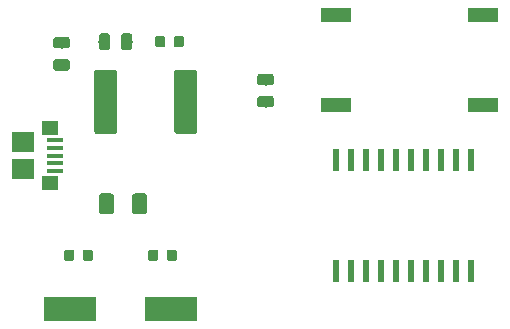
<source format=gbr>
G04 #@! TF.GenerationSoftware,KiCad,Pcbnew,(5.0.1)-4*
G04 #@! TF.CreationDate,2019-08-09T21:17:30+02:00*
G04 #@! TF.ProjectId,USB-SPI_prog,5553422D5350495F70726F672E6B6963,rev?*
G04 #@! TF.SameCoordinates,Original*
G04 #@! TF.FileFunction,Paste,Top*
G04 #@! TF.FilePolarity,Positive*
%FSLAX46Y46*%
G04 Gerber Fmt 4.6, Leading zero omitted, Abs format (unit mm)*
G04 Created by KiCad (PCBNEW (5.0.1)-4) date 09.08.2019 21:17:30*
%MOMM*%
%LPD*%
G01*
G04 APERTURE LIST*
%ADD10C,0.100000*%
%ADD11C,1.925000*%
%ADD12R,2.500000X1.200000*%
%ADD13C,0.975000*%
%ADD14C,1.250000*%
%ADD15C,0.875000*%
%ADD16R,1.900000X1.750000*%
%ADD17R,1.400000X0.400000*%
%ADD18R,1.450000X1.150000*%
%ADD19R,0.600000X1.950000*%
%ADD20R,4.500000X2.000000*%
G04 APERTURE END LIST*
D10*
G04 #@! TO.C,F1*
G36*
X135188505Y-85668204D02*
X135212773Y-85671804D01*
X135236572Y-85677765D01*
X135259671Y-85686030D01*
X135281850Y-85696520D01*
X135302893Y-85709132D01*
X135322599Y-85723747D01*
X135340777Y-85740223D01*
X135357253Y-85758401D01*
X135371868Y-85778107D01*
X135384480Y-85799150D01*
X135394970Y-85821329D01*
X135403235Y-85844428D01*
X135409196Y-85868227D01*
X135412796Y-85892495D01*
X135414000Y-85916999D01*
X135414000Y-90867001D01*
X135412796Y-90891505D01*
X135409196Y-90915773D01*
X135403235Y-90939572D01*
X135394970Y-90962671D01*
X135384480Y-90984850D01*
X135371868Y-91005893D01*
X135357253Y-91025599D01*
X135340777Y-91043777D01*
X135322599Y-91060253D01*
X135302893Y-91074868D01*
X135281850Y-91087480D01*
X135259671Y-91097970D01*
X135236572Y-91106235D01*
X135212773Y-91112196D01*
X135188505Y-91115796D01*
X135164001Y-91117000D01*
X133738999Y-91117000D01*
X133714495Y-91115796D01*
X133690227Y-91112196D01*
X133666428Y-91106235D01*
X133643329Y-91097970D01*
X133621150Y-91087480D01*
X133600107Y-91074868D01*
X133580401Y-91060253D01*
X133562223Y-91043777D01*
X133545747Y-91025599D01*
X133531132Y-91005893D01*
X133518520Y-90984850D01*
X133508030Y-90962671D01*
X133499765Y-90939572D01*
X133493804Y-90915773D01*
X133490204Y-90891505D01*
X133489000Y-90867001D01*
X133489000Y-85916999D01*
X133490204Y-85892495D01*
X133493804Y-85868227D01*
X133499765Y-85844428D01*
X133508030Y-85821329D01*
X133518520Y-85799150D01*
X133531132Y-85778107D01*
X133545747Y-85758401D01*
X133562223Y-85740223D01*
X133580401Y-85723747D01*
X133600107Y-85709132D01*
X133621150Y-85696520D01*
X133643329Y-85686030D01*
X133666428Y-85677765D01*
X133690227Y-85671804D01*
X133714495Y-85668204D01*
X133738999Y-85667000D01*
X135164001Y-85667000D01*
X135188505Y-85668204D01*
X135188505Y-85668204D01*
G37*
D11*
X134451500Y-88392000D03*
D10*
G36*
X128413505Y-85668204D02*
X128437773Y-85671804D01*
X128461572Y-85677765D01*
X128484671Y-85686030D01*
X128506850Y-85696520D01*
X128527893Y-85709132D01*
X128547599Y-85723747D01*
X128565777Y-85740223D01*
X128582253Y-85758401D01*
X128596868Y-85778107D01*
X128609480Y-85799150D01*
X128619970Y-85821329D01*
X128628235Y-85844428D01*
X128634196Y-85868227D01*
X128637796Y-85892495D01*
X128639000Y-85916999D01*
X128639000Y-90867001D01*
X128637796Y-90891505D01*
X128634196Y-90915773D01*
X128628235Y-90939572D01*
X128619970Y-90962671D01*
X128609480Y-90984850D01*
X128596868Y-91005893D01*
X128582253Y-91025599D01*
X128565777Y-91043777D01*
X128547599Y-91060253D01*
X128527893Y-91074868D01*
X128506850Y-91087480D01*
X128484671Y-91097970D01*
X128461572Y-91106235D01*
X128437773Y-91112196D01*
X128413505Y-91115796D01*
X128389001Y-91117000D01*
X126963999Y-91117000D01*
X126939495Y-91115796D01*
X126915227Y-91112196D01*
X126891428Y-91106235D01*
X126868329Y-91097970D01*
X126846150Y-91087480D01*
X126825107Y-91074868D01*
X126805401Y-91060253D01*
X126787223Y-91043777D01*
X126770747Y-91025599D01*
X126756132Y-91005893D01*
X126743520Y-90984850D01*
X126733030Y-90962671D01*
X126724765Y-90939572D01*
X126718804Y-90915773D01*
X126715204Y-90891505D01*
X126714000Y-90867001D01*
X126714000Y-85916999D01*
X126715204Y-85892495D01*
X126718804Y-85868227D01*
X126724765Y-85844428D01*
X126733030Y-85821329D01*
X126743520Y-85799150D01*
X126756132Y-85778107D01*
X126770747Y-85758401D01*
X126787223Y-85740223D01*
X126805401Y-85723747D01*
X126825107Y-85709132D01*
X126846150Y-85696520D01*
X126868329Y-85686030D01*
X126891428Y-85677765D01*
X126915227Y-85671804D01*
X126939495Y-85668204D01*
X126963999Y-85667000D01*
X128389001Y-85667000D01*
X128413505Y-85668204D01*
X128413505Y-85668204D01*
G37*
D11*
X127676500Y-88392000D03*
G04 #@! TD*
D12*
G04 #@! TO.C,SW1*
X159666000Y-88646000D03*
X147166000Y-88646000D03*
X159666000Y-81026000D03*
X147166000Y-81026000D03*
G04 #@! TD*
D10*
G04 #@! TO.C,C1*
G36*
X124432142Y-82904174D02*
X124455803Y-82907684D01*
X124479007Y-82913496D01*
X124501529Y-82921554D01*
X124523153Y-82931782D01*
X124543670Y-82944079D01*
X124562883Y-82958329D01*
X124580607Y-82974393D01*
X124596671Y-82992117D01*
X124610921Y-83011330D01*
X124623218Y-83031847D01*
X124633446Y-83053471D01*
X124641504Y-83075993D01*
X124647316Y-83099197D01*
X124650826Y-83122858D01*
X124652000Y-83146750D01*
X124652000Y-83634250D01*
X124650826Y-83658142D01*
X124647316Y-83681803D01*
X124641504Y-83705007D01*
X124633446Y-83727529D01*
X124623218Y-83749153D01*
X124610921Y-83769670D01*
X124596671Y-83788883D01*
X124580607Y-83806607D01*
X124562883Y-83822671D01*
X124543670Y-83836921D01*
X124523153Y-83849218D01*
X124501529Y-83859446D01*
X124479007Y-83867504D01*
X124455803Y-83873316D01*
X124432142Y-83876826D01*
X124408250Y-83878000D01*
X123495750Y-83878000D01*
X123471858Y-83876826D01*
X123448197Y-83873316D01*
X123424993Y-83867504D01*
X123402471Y-83859446D01*
X123380847Y-83849218D01*
X123360330Y-83836921D01*
X123341117Y-83822671D01*
X123323393Y-83806607D01*
X123307329Y-83788883D01*
X123293079Y-83769670D01*
X123280782Y-83749153D01*
X123270554Y-83727529D01*
X123262496Y-83705007D01*
X123256684Y-83681803D01*
X123253174Y-83658142D01*
X123252000Y-83634250D01*
X123252000Y-83146750D01*
X123253174Y-83122858D01*
X123256684Y-83099197D01*
X123262496Y-83075993D01*
X123270554Y-83053471D01*
X123280782Y-83031847D01*
X123293079Y-83011330D01*
X123307329Y-82992117D01*
X123323393Y-82974393D01*
X123341117Y-82958329D01*
X123360330Y-82944079D01*
X123380847Y-82931782D01*
X123402471Y-82921554D01*
X123424993Y-82913496D01*
X123448197Y-82907684D01*
X123471858Y-82904174D01*
X123495750Y-82903000D01*
X124408250Y-82903000D01*
X124432142Y-82904174D01*
X124432142Y-82904174D01*
G37*
D13*
X123952000Y-83390500D03*
D10*
G36*
X124432142Y-84779174D02*
X124455803Y-84782684D01*
X124479007Y-84788496D01*
X124501529Y-84796554D01*
X124523153Y-84806782D01*
X124543670Y-84819079D01*
X124562883Y-84833329D01*
X124580607Y-84849393D01*
X124596671Y-84867117D01*
X124610921Y-84886330D01*
X124623218Y-84906847D01*
X124633446Y-84928471D01*
X124641504Y-84950993D01*
X124647316Y-84974197D01*
X124650826Y-84997858D01*
X124652000Y-85021750D01*
X124652000Y-85509250D01*
X124650826Y-85533142D01*
X124647316Y-85556803D01*
X124641504Y-85580007D01*
X124633446Y-85602529D01*
X124623218Y-85624153D01*
X124610921Y-85644670D01*
X124596671Y-85663883D01*
X124580607Y-85681607D01*
X124562883Y-85697671D01*
X124543670Y-85711921D01*
X124523153Y-85724218D01*
X124501529Y-85734446D01*
X124479007Y-85742504D01*
X124455803Y-85748316D01*
X124432142Y-85751826D01*
X124408250Y-85753000D01*
X123495750Y-85753000D01*
X123471858Y-85751826D01*
X123448197Y-85748316D01*
X123424993Y-85742504D01*
X123402471Y-85734446D01*
X123380847Y-85724218D01*
X123360330Y-85711921D01*
X123341117Y-85697671D01*
X123323393Y-85681607D01*
X123307329Y-85663883D01*
X123293079Y-85644670D01*
X123280782Y-85624153D01*
X123270554Y-85602529D01*
X123262496Y-85580007D01*
X123256684Y-85556803D01*
X123253174Y-85533142D01*
X123252000Y-85509250D01*
X123252000Y-85021750D01*
X123253174Y-84997858D01*
X123256684Y-84974197D01*
X123262496Y-84950993D01*
X123270554Y-84928471D01*
X123280782Y-84906847D01*
X123293079Y-84886330D01*
X123307329Y-84867117D01*
X123323393Y-84849393D01*
X123341117Y-84833329D01*
X123360330Y-84819079D01*
X123380847Y-84806782D01*
X123402471Y-84796554D01*
X123424993Y-84788496D01*
X123448197Y-84782684D01*
X123471858Y-84779174D01*
X123495750Y-84778000D01*
X124408250Y-84778000D01*
X124432142Y-84779174D01*
X124432142Y-84779174D01*
G37*
D13*
X123952000Y-85265500D03*
G04 #@! TD*
D10*
G04 #@! TO.C,C2*
G36*
X130955504Y-96154204D02*
X130979773Y-96157804D01*
X131003571Y-96163765D01*
X131026671Y-96172030D01*
X131048849Y-96182520D01*
X131069893Y-96195133D01*
X131089598Y-96209747D01*
X131107777Y-96226223D01*
X131124253Y-96244402D01*
X131138867Y-96264107D01*
X131151480Y-96285151D01*
X131161970Y-96307329D01*
X131170235Y-96330429D01*
X131176196Y-96354227D01*
X131179796Y-96378496D01*
X131181000Y-96403000D01*
X131181000Y-97653000D01*
X131179796Y-97677504D01*
X131176196Y-97701773D01*
X131170235Y-97725571D01*
X131161970Y-97748671D01*
X131151480Y-97770849D01*
X131138867Y-97791893D01*
X131124253Y-97811598D01*
X131107777Y-97829777D01*
X131089598Y-97846253D01*
X131069893Y-97860867D01*
X131048849Y-97873480D01*
X131026671Y-97883970D01*
X131003571Y-97892235D01*
X130979773Y-97898196D01*
X130955504Y-97901796D01*
X130931000Y-97903000D01*
X130181000Y-97903000D01*
X130156496Y-97901796D01*
X130132227Y-97898196D01*
X130108429Y-97892235D01*
X130085329Y-97883970D01*
X130063151Y-97873480D01*
X130042107Y-97860867D01*
X130022402Y-97846253D01*
X130004223Y-97829777D01*
X129987747Y-97811598D01*
X129973133Y-97791893D01*
X129960520Y-97770849D01*
X129950030Y-97748671D01*
X129941765Y-97725571D01*
X129935804Y-97701773D01*
X129932204Y-97677504D01*
X129931000Y-97653000D01*
X129931000Y-96403000D01*
X129932204Y-96378496D01*
X129935804Y-96354227D01*
X129941765Y-96330429D01*
X129950030Y-96307329D01*
X129960520Y-96285151D01*
X129973133Y-96264107D01*
X129987747Y-96244402D01*
X130004223Y-96226223D01*
X130022402Y-96209747D01*
X130042107Y-96195133D01*
X130063151Y-96182520D01*
X130085329Y-96172030D01*
X130108429Y-96163765D01*
X130132227Y-96157804D01*
X130156496Y-96154204D01*
X130181000Y-96153000D01*
X130931000Y-96153000D01*
X130955504Y-96154204D01*
X130955504Y-96154204D01*
G37*
D14*
X130556000Y-97028000D03*
D10*
G36*
X128155504Y-96154204D02*
X128179773Y-96157804D01*
X128203571Y-96163765D01*
X128226671Y-96172030D01*
X128248849Y-96182520D01*
X128269893Y-96195133D01*
X128289598Y-96209747D01*
X128307777Y-96226223D01*
X128324253Y-96244402D01*
X128338867Y-96264107D01*
X128351480Y-96285151D01*
X128361970Y-96307329D01*
X128370235Y-96330429D01*
X128376196Y-96354227D01*
X128379796Y-96378496D01*
X128381000Y-96403000D01*
X128381000Y-97653000D01*
X128379796Y-97677504D01*
X128376196Y-97701773D01*
X128370235Y-97725571D01*
X128361970Y-97748671D01*
X128351480Y-97770849D01*
X128338867Y-97791893D01*
X128324253Y-97811598D01*
X128307777Y-97829777D01*
X128289598Y-97846253D01*
X128269893Y-97860867D01*
X128248849Y-97873480D01*
X128226671Y-97883970D01*
X128203571Y-97892235D01*
X128179773Y-97898196D01*
X128155504Y-97901796D01*
X128131000Y-97903000D01*
X127381000Y-97903000D01*
X127356496Y-97901796D01*
X127332227Y-97898196D01*
X127308429Y-97892235D01*
X127285329Y-97883970D01*
X127263151Y-97873480D01*
X127242107Y-97860867D01*
X127222402Y-97846253D01*
X127204223Y-97829777D01*
X127187747Y-97811598D01*
X127173133Y-97791893D01*
X127160520Y-97770849D01*
X127150030Y-97748671D01*
X127141765Y-97725571D01*
X127135804Y-97701773D01*
X127132204Y-97677504D01*
X127131000Y-97653000D01*
X127131000Y-96403000D01*
X127132204Y-96378496D01*
X127135804Y-96354227D01*
X127141765Y-96330429D01*
X127150030Y-96307329D01*
X127160520Y-96285151D01*
X127173133Y-96264107D01*
X127187747Y-96244402D01*
X127204223Y-96226223D01*
X127222402Y-96209747D01*
X127242107Y-96195133D01*
X127263151Y-96182520D01*
X127285329Y-96172030D01*
X127308429Y-96163765D01*
X127332227Y-96157804D01*
X127356496Y-96154204D01*
X127381000Y-96153000D01*
X128131000Y-96153000D01*
X128155504Y-96154204D01*
X128155504Y-96154204D01*
G37*
D14*
X127756000Y-97028000D03*
G04 #@! TD*
D10*
G04 #@! TO.C,C3*
G36*
X126411289Y-100923884D02*
X126432524Y-100927034D01*
X126453348Y-100932250D01*
X126473560Y-100939482D01*
X126492966Y-100948661D01*
X126511379Y-100959697D01*
X126528622Y-100972485D01*
X126544528Y-100986901D01*
X126558944Y-101002807D01*
X126571732Y-101020050D01*
X126582768Y-101038463D01*
X126591947Y-101057869D01*
X126599179Y-101078081D01*
X126604395Y-101098905D01*
X126607545Y-101120140D01*
X126608598Y-101141581D01*
X126608598Y-101654081D01*
X126607545Y-101675522D01*
X126604395Y-101696757D01*
X126599179Y-101717581D01*
X126591947Y-101737793D01*
X126582768Y-101757199D01*
X126571732Y-101775612D01*
X126558944Y-101792855D01*
X126544528Y-101808761D01*
X126528622Y-101823177D01*
X126511379Y-101835965D01*
X126492966Y-101847001D01*
X126473560Y-101856180D01*
X126453348Y-101863412D01*
X126432524Y-101868628D01*
X126411289Y-101871778D01*
X126389848Y-101872831D01*
X125952348Y-101872831D01*
X125930907Y-101871778D01*
X125909672Y-101868628D01*
X125888848Y-101863412D01*
X125868636Y-101856180D01*
X125849230Y-101847001D01*
X125830817Y-101835965D01*
X125813574Y-101823177D01*
X125797668Y-101808761D01*
X125783252Y-101792855D01*
X125770464Y-101775612D01*
X125759428Y-101757199D01*
X125750249Y-101737793D01*
X125743017Y-101717581D01*
X125737801Y-101696757D01*
X125734651Y-101675522D01*
X125733598Y-101654081D01*
X125733598Y-101141581D01*
X125734651Y-101120140D01*
X125737801Y-101098905D01*
X125743017Y-101078081D01*
X125750249Y-101057869D01*
X125759428Y-101038463D01*
X125770464Y-101020050D01*
X125783252Y-101002807D01*
X125797668Y-100986901D01*
X125813574Y-100972485D01*
X125830817Y-100959697D01*
X125849230Y-100948661D01*
X125868636Y-100939482D01*
X125888848Y-100932250D01*
X125909672Y-100927034D01*
X125930907Y-100923884D01*
X125952348Y-100922831D01*
X126389848Y-100922831D01*
X126411289Y-100923884D01*
X126411289Y-100923884D01*
G37*
D15*
X126171098Y-101397831D03*
D10*
G36*
X124836289Y-100923884D02*
X124857524Y-100927034D01*
X124878348Y-100932250D01*
X124898560Y-100939482D01*
X124917966Y-100948661D01*
X124936379Y-100959697D01*
X124953622Y-100972485D01*
X124969528Y-100986901D01*
X124983944Y-101002807D01*
X124996732Y-101020050D01*
X125007768Y-101038463D01*
X125016947Y-101057869D01*
X125024179Y-101078081D01*
X125029395Y-101098905D01*
X125032545Y-101120140D01*
X125033598Y-101141581D01*
X125033598Y-101654081D01*
X125032545Y-101675522D01*
X125029395Y-101696757D01*
X125024179Y-101717581D01*
X125016947Y-101737793D01*
X125007768Y-101757199D01*
X124996732Y-101775612D01*
X124983944Y-101792855D01*
X124969528Y-101808761D01*
X124953622Y-101823177D01*
X124936379Y-101835965D01*
X124917966Y-101847001D01*
X124898560Y-101856180D01*
X124878348Y-101863412D01*
X124857524Y-101868628D01*
X124836289Y-101871778D01*
X124814848Y-101872831D01*
X124377348Y-101872831D01*
X124355907Y-101871778D01*
X124334672Y-101868628D01*
X124313848Y-101863412D01*
X124293636Y-101856180D01*
X124274230Y-101847001D01*
X124255817Y-101835965D01*
X124238574Y-101823177D01*
X124222668Y-101808761D01*
X124208252Y-101792855D01*
X124195464Y-101775612D01*
X124184428Y-101757199D01*
X124175249Y-101737793D01*
X124168017Y-101717581D01*
X124162801Y-101696757D01*
X124159651Y-101675522D01*
X124158598Y-101654081D01*
X124158598Y-101141581D01*
X124159651Y-101120140D01*
X124162801Y-101098905D01*
X124168017Y-101078081D01*
X124175249Y-101057869D01*
X124184428Y-101038463D01*
X124195464Y-101020050D01*
X124208252Y-101002807D01*
X124222668Y-100986901D01*
X124238574Y-100972485D01*
X124255817Y-100959697D01*
X124274230Y-100948661D01*
X124293636Y-100939482D01*
X124313848Y-100932250D01*
X124334672Y-100927034D01*
X124355907Y-100923884D01*
X124377348Y-100922831D01*
X124814848Y-100922831D01*
X124836289Y-100923884D01*
X124836289Y-100923884D01*
G37*
D15*
X124596098Y-101397831D03*
G04 #@! TD*
D10*
G04 #@! TO.C,C4*
G36*
X131948289Y-100923884D02*
X131969524Y-100927034D01*
X131990348Y-100932250D01*
X132010560Y-100939482D01*
X132029966Y-100948661D01*
X132048379Y-100959697D01*
X132065622Y-100972485D01*
X132081528Y-100986901D01*
X132095944Y-101002807D01*
X132108732Y-101020050D01*
X132119768Y-101038463D01*
X132128947Y-101057869D01*
X132136179Y-101078081D01*
X132141395Y-101098905D01*
X132144545Y-101120140D01*
X132145598Y-101141581D01*
X132145598Y-101654081D01*
X132144545Y-101675522D01*
X132141395Y-101696757D01*
X132136179Y-101717581D01*
X132128947Y-101737793D01*
X132119768Y-101757199D01*
X132108732Y-101775612D01*
X132095944Y-101792855D01*
X132081528Y-101808761D01*
X132065622Y-101823177D01*
X132048379Y-101835965D01*
X132029966Y-101847001D01*
X132010560Y-101856180D01*
X131990348Y-101863412D01*
X131969524Y-101868628D01*
X131948289Y-101871778D01*
X131926848Y-101872831D01*
X131489348Y-101872831D01*
X131467907Y-101871778D01*
X131446672Y-101868628D01*
X131425848Y-101863412D01*
X131405636Y-101856180D01*
X131386230Y-101847001D01*
X131367817Y-101835965D01*
X131350574Y-101823177D01*
X131334668Y-101808761D01*
X131320252Y-101792855D01*
X131307464Y-101775612D01*
X131296428Y-101757199D01*
X131287249Y-101737793D01*
X131280017Y-101717581D01*
X131274801Y-101696757D01*
X131271651Y-101675522D01*
X131270598Y-101654081D01*
X131270598Y-101141581D01*
X131271651Y-101120140D01*
X131274801Y-101098905D01*
X131280017Y-101078081D01*
X131287249Y-101057869D01*
X131296428Y-101038463D01*
X131307464Y-101020050D01*
X131320252Y-101002807D01*
X131334668Y-100986901D01*
X131350574Y-100972485D01*
X131367817Y-100959697D01*
X131386230Y-100948661D01*
X131405636Y-100939482D01*
X131425848Y-100932250D01*
X131446672Y-100927034D01*
X131467907Y-100923884D01*
X131489348Y-100922831D01*
X131926848Y-100922831D01*
X131948289Y-100923884D01*
X131948289Y-100923884D01*
G37*
D15*
X131708098Y-101397831D03*
D10*
G36*
X133523289Y-100923884D02*
X133544524Y-100927034D01*
X133565348Y-100932250D01*
X133585560Y-100939482D01*
X133604966Y-100948661D01*
X133623379Y-100959697D01*
X133640622Y-100972485D01*
X133656528Y-100986901D01*
X133670944Y-101002807D01*
X133683732Y-101020050D01*
X133694768Y-101038463D01*
X133703947Y-101057869D01*
X133711179Y-101078081D01*
X133716395Y-101098905D01*
X133719545Y-101120140D01*
X133720598Y-101141581D01*
X133720598Y-101654081D01*
X133719545Y-101675522D01*
X133716395Y-101696757D01*
X133711179Y-101717581D01*
X133703947Y-101737793D01*
X133694768Y-101757199D01*
X133683732Y-101775612D01*
X133670944Y-101792855D01*
X133656528Y-101808761D01*
X133640622Y-101823177D01*
X133623379Y-101835965D01*
X133604966Y-101847001D01*
X133585560Y-101856180D01*
X133565348Y-101863412D01*
X133544524Y-101868628D01*
X133523289Y-101871778D01*
X133501848Y-101872831D01*
X133064348Y-101872831D01*
X133042907Y-101871778D01*
X133021672Y-101868628D01*
X133000848Y-101863412D01*
X132980636Y-101856180D01*
X132961230Y-101847001D01*
X132942817Y-101835965D01*
X132925574Y-101823177D01*
X132909668Y-101808761D01*
X132895252Y-101792855D01*
X132882464Y-101775612D01*
X132871428Y-101757199D01*
X132862249Y-101737793D01*
X132855017Y-101717581D01*
X132849801Y-101696757D01*
X132846651Y-101675522D01*
X132845598Y-101654081D01*
X132845598Y-101141581D01*
X132846651Y-101120140D01*
X132849801Y-101098905D01*
X132855017Y-101078081D01*
X132862249Y-101057869D01*
X132871428Y-101038463D01*
X132882464Y-101020050D01*
X132895252Y-101002807D01*
X132909668Y-100986901D01*
X132925574Y-100972485D01*
X132942817Y-100959697D01*
X132961230Y-100948661D01*
X132980636Y-100939482D01*
X133000848Y-100932250D01*
X133021672Y-100927034D01*
X133042907Y-100923884D01*
X133064348Y-100922831D01*
X133501848Y-100922831D01*
X133523289Y-100923884D01*
X133523289Y-100923884D01*
G37*
D15*
X133283098Y-101397831D03*
G04 #@! TD*
D10*
G04 #@! TO.C,D1*
G36*
X134123691Y-82838053D02*
X134144926Y-82841203D01*
X134165750Y-82846419D01*
X134185962Y-82853651D01*
X134205368Y-82862830D01*
X134223781Y-82873866D01*
X134241024Y-82886654D01*
X134256930Y-82901070D01*
X134271346Y-82916976D01*
X134284134Y-82934219D01*
X134295170Y-82952632D01*
X134304349Y-82972038D01*
X134311581Y-82992250D01*
X134316797Y-83013074D01*
X134319947Y-83034309D01*
X134321000Y-83055750D01*
X134321000Y-83568250D01*
X134319947Y-83589691D01*
X134316797Y-83610926D01*
X134311581Y-83631750D01*
X134304349Y-83651962D01*
X134295170Y-83671368D01*
X134284134Y-83689781D01*
X134271346Y-83707024D01*
X134256930Y-83722930D01*
X134241024Y-83737346D01*
X134223781Y-83750134D01*
X134205368Y-83761170D01*
X134185962Y-83770349D01*
X134165750Y-83777581D01*
X134144926Y-83782797D01*
X134123691Y-83785947D01*
X134102250Y-83787000D01*
X133664750Y-83787000D01*
X133643309Y-83785947D01*
X133622074Y-83782797D01*
X133601250Y-83777581D01*
X133581038Y-83770349D01*
X133561632Y-83761170D01*
X133543219Y-83750134D01*
X133525976Y-83737346D01*
X133510070Y-83722930D01*
X133495654Y-83707024D01*
X133482866Y-83689781D01*
X133471830Y-83671368D01*
X133462651Y-83651962D01*
X133455419Y-83631750D01*
X133450203Y-83610926D01*
X133447053Y-83589691D01*
X133446000Y-83568250D01*
X133446000Y-83055750D01*
X133447053Y-83034309D01*
X133450203Y-83013074D01*
X133455419Y-82992250D01*
X133462651Y-82972038D01*
X133471830Y-82952632D01*
X133482866Y-82934219D01*
X133495654Y-82916976D01*
X133510070Y-82901070D01*
X133525976Y-82886654D01*
X133543219Y-82873866D01*
X133561632Y-82862830D01*
X133581038Y-82853651D01*
X133601250Y-82846419D01*
X133622074Y-82841203D01*
X133643309Y-82838053D01*
X133664750Y-82837000D01*
X134102250Y-82837000D01*
X134123691Y-82838053D01*
X134123691Y-82838053D01*
G37*
D15*
X133883500Y-83312000D03*
D10*
G36*
X132548691Y-82838053D02*
X132569926Y-82841203D01*
X132590750Y-82846419D01*
X132610962Y-82853651D01*
X132630368Y-82862830D01*
X132648781Y-82873866D01*
X132666024Y-82886654D01*
X132681930Y-82901070D01*
X132696346Y-82916976D01*
X132709134Y-82934219D01*
X132720170Y-82952632D01*
X132729349Y-82972038D01*
X132736581Y-82992250D01*
X132741797Y-83013074D01*
X132744947Y-83034309D01*
X132746000Y-83055750D01*
X132746000Y-83568250D01*
X132744947Y-83589691D01*
X132741797Y-83610926D01*
X132736581Y-83631750D01*
X132729349Y-83651962D01*
X132720170Y-83671368D01*
X132709134Y-83689781D01*
X132696346Y-83707024D01*
X132681930Y-83722930D01*
X132666024Y-83737346D01*
X132648781Y-83750134D01*
X132630368Y-83761170D01*
X132610962Y-83770349D01*
X132590750Y-83777581D01*
X132569926Y-83782797D01*
X132548691Y-83785947D01*
X132527250Y-83787000D01*
X132089750Y-83787000D01*
X132068309Y-83785947D01*
X132047074Y-83782797D01*
X132026250Y-83777581D01*
X132006038Y-83770349D01*
X131986632Y-83761170D01*
X131968219Y-83750134D01*
X131950976Y-83737346D01*
X131935070Y-83722930D01*
X131920654Y-83707024D01*
X131907866Y-83689781D01*
X131896830Y-83671368D01*
X131887651Y-83651962D01*
X131880419Y-83631750D01*
X131875203Y-83610926D01*
X131872053Y-83589691D01*
X131871000Y-83568250D01*
X131871000Y-83055750D01*
X131872053Y-83034309D01*
X131875203Y-83013074D01*
X131880419Y-82992250D01*
X131887651Y-82972038D01*
X131896830Y-82952632D01*
X131907866Y-82934219D01*
X131920654Y-82916976D01*
X131935070Y-82901070D01*
X131950976Y-82886654D01*
X131968219Y-82873866D01*
X131986632Y-82862830D01*
X132006038Y-82853651D01*
X132026250Y-82846419D01*
X132047074Y-82841203D01*
X132068309Y-82838053D01*
X132089750Y-82837000D01*
X132527250Y-82837000D01*
X132548691Y-82838053D01*
X132548691Y-82838053D01*
G37*
D15*
X132308500Y-83312000D03*
G04 #@! TD*
D16*
G04 #@! TO.C,J1*
X120720000Y-94089000D03*
D17*
X123370000Y-92314000D03*
X123370000Y-91664000D03*
X123370000Y-94264000D03*
X123370000Y-93614000D03*
X123370000Y-92964000D03*
D16*
X120720000Y-91839000D03*
D18*
X122950000Y-95284000D03*
X122950000Y-90644000D03*
G04 #@! TD*
D10*
G04 #@! TO.C,R1*
G36*
X129729142Y-82613174D02*
X129752803Y-82616684D01*
X129776007Y-82622496D01*
X129798529Y-82630554D01*
X129820153Y-82640782D01*
X129840670Y-82653079D01*
X129859883Y-82667329D01*
X129877607Y-82683393D01*
X129893671Y-82701117D01*
X129907921Y-82720330D01*
X129920218Y-82740847D01*
X129930446Y-82762471D01*
X129938504Y-82784993D01*
X129944316Y-82808197D01*
X129947826Y-82831858D01*
X129949000Y-82855750D01*
X129949000Y-83768250D01*
X129947826Y-83792142D01*
X129944316Y-83815803D01*
X129938504Y-83839007D01*
X129930446Y-83861529D01*
X129920218Y-83883153D01*
X129907921Y-83903670D01*
X129893671Y-83922883D01*
X129877607Y-83940607D01*
X129859883Y-83956671D01*
X129840670Y-83970921D01*
X129820153Y-83983218D01*
X129798529Y-83993446D01*
X129776007Y-84001504D01*
X129752803Y-84007316D01*
X129729142Y-84010826D01*
X129705250Y-84012000D01*
X129217750Y-84012000D01*
X129193858Y-84010826D01*
X129170197Y-84007316D01*
X129146993Y-84001504D01*
X129124471Y-83993446D01*
X129102847Y-83983218D01*
X129082330Y-83970921D01*
X129063117Y-83956671D01*
X129045393Y-83940607D01*
X129029329Y-83922883D01*
X129015079Y-83903670D01*
X129002782Y-83883153D01*
X128992554Y-83861529D01*
X128984496Y-83839007D01*
X128978684Y-83815803D01*
X128975174Y-83792142D01*
X128974000Y-83768250D01*
X128974000Y-82855750D01*
X128975174Y-82831858D01*
X128978684Y-82808197D01*
X128984496Y-82784993D01*
X128992554Y-82762471D01*
X129002782Y-82740847D01*
X129015079Y-82720330D01*
X129029329Y-82701117D01*
X129045393Y-82683393D01*
X129063117Y-82667329D01*
X129082330Y-82653079D01*
X129102847Y-82640782D01*
X129124471Y-82630554D01*
X129146993Y-82622496D01*
X129170197Y-82616684D01*
X129193858Y-82613174D01*
X129217750Y-82612000D01*
X129705250Y-82612000D01*
X129729142Y-82613174D01*
X129729142Y-82613174D01*
G37*
D13*
X129461500Y-83312000D03*
D10*
G36*
X127854142Y-82613174D02*
X127877803Y-82616684D01*
X127901007Y-82622496D01*
X127923529Y-82630554D01*
X127945153Y-82640782D01*
X127965670Y-82653079D01*
X127984883Y-82667329D01*
X128002607Y-82683393D01*
X128018671Y-82701117D01*
X128032921Y-82720330D01*
X128045218Y-82740847D01*
X128055446Y-82762471D01*
X128063504Y-82784993D01*
X128069316Y-82808197D01*
X128072826Y-82831858D01*
X128074000Y-82855750D01*
X128074000Y-83768250D01*
X128072826Y-83792142D01*
X128069316Y-83815803D01*
X128063504Y-83839007D01*
X128055446Y-83861529D01*
X128045218Y-83883153D01*
X128032921Y-83903670D01*
X128018671Y-83922883D01*
X128002607Y-83940607D01*
X127984883Y-83956671D01*
X127965670Y-83970921D01*
X127945153Y-83983218D01*
X127923529Y-83993446D01*
X127901007Y-84001504D01*
X127877803Y-84007316D01*
X127854142Y-84010826D01*
X127830250Y-84012000D01*
X127342750Y-84012000D01*
X127318858Y-84010826D01*
X127295197Y-84007316D01*
X127271993Y-84001504D01*
X127249471Y-83993446D01*
X127227847Y-83983218D01*
X127207330Y-83970921D01*
X127188117Y-83956671D01*
X127170393Y-83940607D01*
X127154329Y-83922883D01*
X127140079Y-83903670D01*
X127127782Y-83883153D01*
X127117554Y-83861529D01*
X127109496Y-83839007D01*
X127103684Y-83815803D01*
X127100174Y-83792142D01*
X127099000Y-83768250D01*
X127099000Y-82855750D01*
X127100174Y-82831858D01*
X127103684Y-82808197D01*
X127109496Y-82784993D01*
X127117554Y-82762471D01*
X127127782Y-82740847D01*
X127140079Y-82720330D01*
X127154329Y-82701117D01*
X127170393Y-82683393D01*
X127188117Y-82667329D01*
X127207330Y-82653079D01*
X127227847Y-82640782D01*
X127249471Y-82630554D01*
X127271993Y-82622496D01*
X127295197Y-82616684D01*
X127318858Y-82613174D01*
X127342750Y-82612000D01*
X127830250Y-82612000D01*
X127854142Y-82613174D01*
X127854142Y-82613174D01*
G37*
D13*
X127586500Y-83312000D03*
G04 #@! TD*
D10*
G04 #@! TO.C,R2*
G36*
X141704142Y-87905674D02*
X141727803Y-87909184D01*
X141751007Y-87914996D01*
X141773529Y-87923054D01*
X141795153Y-87933282D01*
X141815670Y-87945579D01*
X141834883Y-87959829D01*
X141852607Y-87975893D01*
X141868671Y-87993617D01*
X141882921Y-88012830D01*
X141895218Y-88033347D01*
X141905446Y-88054971D01*
X141913504Y-88077493D01*
X141919316Y-88100697D01*
X141922826Y-88124358D01*
X141924000Y-88148250D01*
X141924000Y-88635750D01*
X141922826Y-88659642D01*
X141919316Y-88683303D01*
X141913504Y-88706507D01*
X141905446Y-88729029D01*
X141895218Y-88750653D01*
X141882921Y-88771170D01*
X141868671Y-88790383D01*
X141852607Y-88808107D01*
X141834883Y-88824171D01*
X141815670Y-88838421D01*
X141795153Y-88850718D01*
X141773529Y-88860946D01*
X141751007Y-88869004D01*
X141727803Y-88874816D01*
X141704142Y-88878326D01*
X141680250Y-88879500D01*
X140767750Y-88879500D01*
X140743858Y-88878326D01*
X140720197Y-88874816D01*
X140696993Y-88869004D01*
X140674471Y-88860946D01*
X140652847Y-88850718D01*
X140632330Y-88838421D01*
X140613117Y-88824171D01*
X140595393Y-88808107D01*
X140579329Y-88790383D01*
X140565079Y-88771170D01*
X140552782Y-88750653D01*
X140542554Y-88729029D01*
X140534496Y-88706507D01*
X140528684Y-88683303D01*
X140525174Y-88659642D01*
X140524000Y-88635750D01*
X140524000Y-88148250D01*
X140525174Y-88124358D01*
X140528684Y-88100697D01*
X140534496Y-88077493D01*
X140542554Y-88054971D01*
X140552782Y-88033347D01*
X140565079Y-88012830D01*
X140579329Y-87993617D01*
X140595393Y-87975893D01*
X140613117Y-87959829D01*
X140632330Y-87945579D01*
X140652847Y-87933282D01*
X140674471Y-87923054D01*
X140696993Y-87914996D01*
X140720197Y-87909184D01*
X140743858Y-87905674D01*
X140767750Y-87904500D01*
X141680250Y-87904500D01*
X141704142Y-87905674D01*
X141704142Y-87905674D01*
G37*
D13*
X141224000Y-88392000D03*
D10*
G36*
X141704142Y-86030674D02*
X141727803Y-86034184D01*
X141751007Y-86039996D01*
X141773529Y-86048054D01*
X141795153Y-86058282D01*
X141815670Y-86070579D01*
X141834883Y-86084829D01*
X141852607Y-86100893D01*
X141868671Y-86118617D01*
X141882921Y-86137830D01*
X141895218Y-86158347D01*
X141905446Y-86179971D01*
X141913504Y-86202493D01*
X141919316Y-86225697D01*
X141922826Y-86249358D01*
X141924000Y-86273250D01*
X141924000Y-86760750D01*
X141922826Y-86784642D01*
X141919316Y-86808303D01*
X141913504Y-86831507D01*
X141905446Y-86854029D01*
X141895218Y-86875653D01*
X141882921Y-86896170D01*
X141868671Y-86915383D01*
X141852607Y-86933107D01*
X141834883Y-86949171D01*
X141815670Y-86963421D01*
X141795153Y-86975718D01*
X141773529Y-86985946D01*
X141751007Y-86994004D01*
X141727803Y-86999816D01*
X141704142Y-87003326D01*
X141680250Y-87004500D01*
X140767750Y-87004500D01*
X140743858Y-87003326D01*
X140720197Y-86999816D01*
X140696993Y-86994004D01*
X140674471Y-86985946D01*
X140652847Y-86975718D01*
X140632330Y-86963421D01*
X140613117Y-86949171D01*
X140595393Y-86933107D01*
X140579329Y-86915383D01*
X140565079Y-86896170D01*
X140552782Y-86875653D01*
X140542554Y-86854029D01*
X140534496Y-86831507D01*
X140528684Y-86808303D01*
X140525174Y-86784642D01*
X140524000Y-86760750D01*
X140524000Y-86273250D01*
X140525174Y-86249358D01*
X140528684Y-86225697D01*
X140534496Y-86202493D01*
X140542554Y-86179971D01*
X140552782Y-86158347D01*
X140565079Y-86137830D01*
X140579329Y-86118617D01*
X140595393Y-86100893D01*
X140613117Y-86084829D01*
X140632330Y-86070579D01*
X140652847Y-86058282D01*
X140674471Y-86048054D01*
X140696993Y-86039996D01*
X140720197Y-86034184D01*
X140743858Y-86030674D01*
X140767750Y-86029500D01*
X141680250Y-86029500D01*
X141704142Y-86030674D01*
X141704142Y-86030674D01*
G37*
D13*
X141224000Y-86517000D03*
G04 #@! TD*
D19*
G04 #@! TO.C,U1*
X147193000Y-102744000D03*
X148463000Y-102744000D03*
X149733000Y-102744000D03*
X151003000Y-102744000D03*
X152273000Y-102744000D03*
X153543000Y-102744000D03*
X154813000Y-102744000D03*
X156083000Y-102744000D03*
X157353000Y-102744000D03*
X158623000Y-102744000D03*
X158623000Y-93344000D03*
X157353000Y-93344000D03*
X156083000Y-93344000D03*
X154813000Y-93344000D03*
X153543000Y-93344000D03*
X152273000Y-93344000D03*
X151003000Y-93344000D03*
X149733000Y-93344000D03*
X148463000Y-93344000D03*
X147193000Y-93344000D03*
G04 #@! TD*
D20*
G04 #@! TO.C,Y1*
X124689598Y-105969831D03*
X133189598Y-105969831D03*
G04 #@! TD*
M02*

</source>
